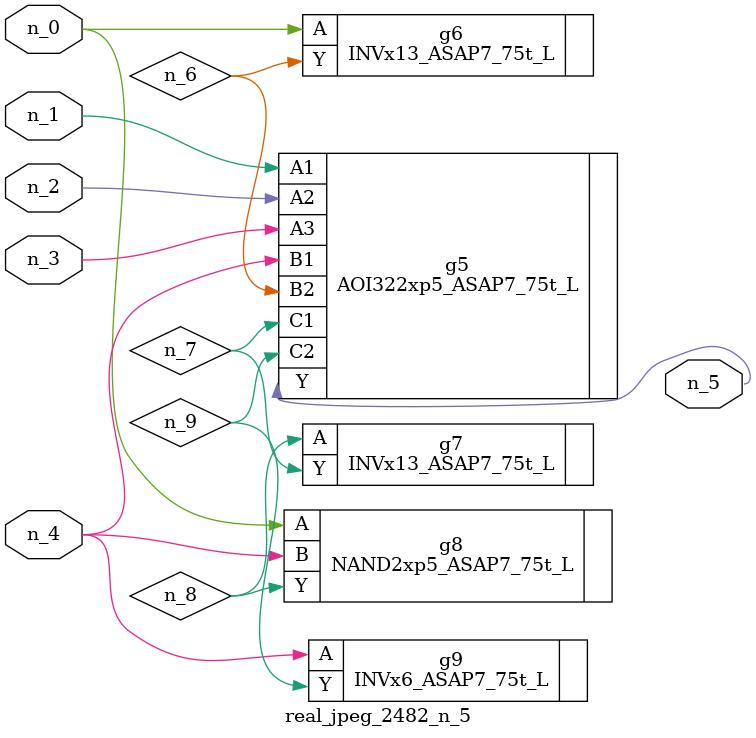
<source format=v>
module real_jpeg_2482_n_5 (n_4, n_0, n_1, n_2, n_3, n_5);

input n_4;
input n_0;
input n_1;
input n_2;
input n_3;

output n_5;

wire n_8;
wire n_6;
wire n_7;
wire n_9;

INVx13_ASAP7_75t_L g6 ( 
.A(n_0),
.Y(n_6)
);

NAND2xp5_ASAP7_75t_L g8 ( 
.A(n_0),
.B(n_4),
.Y(n_8)
);

AOI322xp5_ASAP7_75t_L g5 ( 
.A1(n_1),
.A2(n_2),
.A3(n_3),
.B1(n_4),
.B2(n_6),
.C1(n_7),
.C2(n_9),
.Y(n_5)
);

INVx6_ASAP7_75t_L g9 ( 
.A(n_4),
.Y(n_9)
);

INVx13_ASAP7_75t_L g7 ( 
.A(n_8),
.Y(n_7)
);


endmodule
</source>
